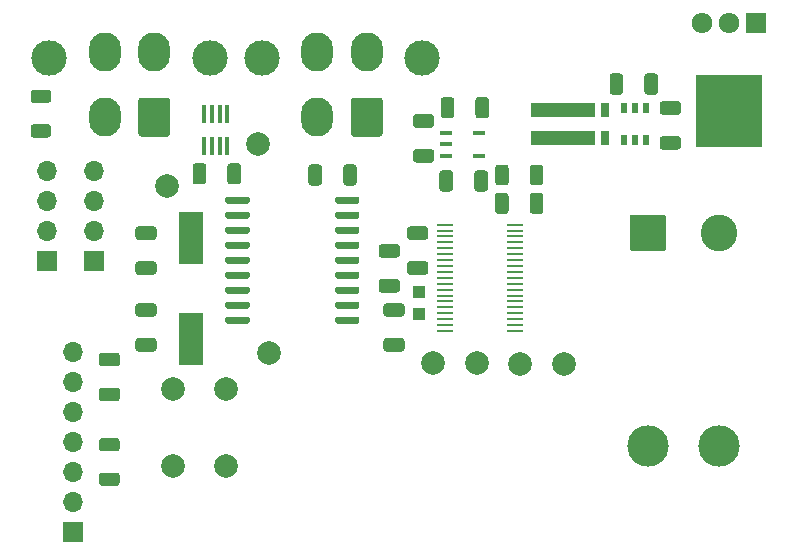
<source format=gbr>
%TF.GenerationSoftware,KiCad,Pcbnew,(5.1.9)-1*%
%TF.CreationDate,2021-05-20T13:27:56+02:00*%
%TF.ProjectId,PEE50-CurrentProtectionTemplate,50454535-302d-4437-9572-72656e745072,rev?*%
%TF.SameCoordinates,Original*%
%TF.FileFunction,Soldermask,Top*%
%TF.FilePolarity,Negative*%
%FSLAX46Y46*%
G04 Gerber Fmt 4.6, Leading zero omitted, Abs format (unit mm)*
G04 Created by KiCad (PCBNEW (5.1.9)-1) date 2021-05-20 13:27:56*
%MOMM*%
%LPD*%
G01*
G04 APERTURE LIST*
%ADD10C,3.100000*%
%ADD11C,3.500000*%
%ADD12O,1.717500X1.800000*%
%ADD13R,1.717500X1.800000*%
%ADD14R,5.700000X6.200000*%
%ADD15R,1.404099X0.279400*%
%ADD16R,2.000000X4.500000*%
%ADD17O,2.700000X3.300000*%
%ADD18C,3.000000*%
%ADD19O,1.700000X1.700000*%
%ADD20R,1.700000X1.700000*%
%ADD21R,5.410200X1.193800*%
%ADD22R,0.711200X1.193800*%
%ADD23R,1.100000X1.050000*%
%ADD24R,0.400000X1.560000*%
%ADD25R,0.558000X0.972299*%
%ADD26R,0.977900X0.457200*%
%ADD27C,2.000000*%
G04 APERTURE END LIST*
%TO.C,R5*%
G36*
G01*
X66250000Y-36400001D02*
X66250000Y-33799999D01*
G75*
G02*
X66499999Y-33550000I249999J0D01*
G01*
X69100001Y-33550000D01*
G75*
G02*
X69350000Y-33799999I0J-249999D01*
G01*
X69350000Y-36400001D01*
G75*
G02*
X69100001Y-36650000I-249999J0D01*
G01*
X66499999Y-36650000D01*
G75*
G02*
X66250000Y-36400001I0J249999D01*
G01*
G37*
D10*
X73800000Y-35100000D03*
D11*
X67800000Y-53100000D03*
X73800000Y-53100000D03*
%TD*%
D12*
%TO.C,Q1*%
X72410000Y-17350000D03*
X74700000Y-17350000D03*
D13*
X76990000Y-17350000D03*
D14*
X74700000Y-24783333D03*
%TD*%
D15*
%TO.C,U2*%
X56549948Y-34399999D03*
X56549948Y-34900000D03*
X56549948Y-35399999D03*
X56549948Y-35900001D03*
X56549948Y-36400000D03*
X56549948Y-36899999D03*
X56549948Y-37400000D03*
X56549948Y-37899999D03*
X56549948Y-38399998D03*
X56549948Y-38900000D03*
X56549948Y-39399999D03*
X56549948Y-39900001D03*
X56549948Y-40400000D03*
X56549948Y-40899999D03*
X56549948Y-41400000D03*
X56549948Y-41899999D03*
X56549948Y-42400001D03*
X56549948Y-42900000D03*
X56549948Y-43399999D03*
X50650052Y-43400001D03*
X50650052Y-42900000D03*
X50650052Y-42400001D03*
X50650052Y-41899999D03*
X50650052Y-41400000D03*
X50650052Y-40900001D03*
X50650052Y-40400000D03*
X50650052Y-39900001D03*
X50650052Y-39399999D03*
X50650052Y-38900000D03*
X50650052Y-38400001D03*
X50650052Y-37899999D03*
X50650052Y-37400000D03*
X50650052Y-36899999D03*
X50650052Y-36400000D03*
X50650052Y-35900001D03*
X50650052Y-35399999D03*
X50650052Y-34900000D03*
X50650052Y-34400001D03*
%TD*%
%TO.C,R4*%
G36*
G01*
X54875000Y-30825001D02*
X54875000Y-29574999D01*
G75*
G02*
X55124999Y-29325000I249999J0D01*
G01*
X55750001Y-29325000D01*
G75*
G02*
X56000000Y-29574999I0J-249999D01*
G01*
X56000000Y-30825001D01*
G75*
G02*
X55750001Y-31075000I-249999J0D01*
G01*
X55124999Y-31075000D01*
G75*
G02*
X54875000Y-30825001I0J249999D01*
G01*
G37*
G36*
G01*
X57800000Y-30825001D02*
X57800000Y-29574999D01*
G75*
G02*
X58049999Y-29325000I249999J0D01*
G01*
X58675001Y-29325000D01*
G75*
G02*
X58925000Y-29574999I0J-249999D01*
G01*
X58925000Y-30825001D01*
G75*
G02*
X58675001Y-31075000I-249999J0D01*
G01*
X58049999Y-31075000D01*
G75*
G02*
X57800000Y-30825001I0J249999D01*
G01*
G37*
%TD*%
%TO.C,C14*%
G36*
G01*
X57800000Y-33250001D02*
X57800000Y-31949999D01*
G75*
G02*
X58049999Y-31700000I249999J0D01*
G01*
X58700001Y-31700000D01*
G75*
G02*
X58950000Y-31949999I0J-249999D01*
G01*
X58950000Y-33250001D01*
G75*
G02*
X58700001Y-33500000I-249999J0D01*
G01*
X58049999Y-33500000D01*
G75*
G02*
X57800000Y-33250001I0J249999D01*
G01*
G37*
G36*
G01*
X54850000Y-33250001D02*
X54850000Y-31949999D01*
G75*
G02*
X55099999Y-31700000I249999J0D01*
G01*
X55750001Y-31700000D01*
G75*
G02*
X56000000Y-31949999I0J-249999D01*
G01*
X56000000Y-33250001D01*
G75*
G02*
X55750001Y-33500000I-249999J0D01*
G01*
X55099999Y-33500000D01*
G75*
G02*
X54850000Y-33250001I0J249999D01*
G01*
G37*
%TD*%
D16*
%TO.C,Y2*%
X29100000Y-35550000D03*
X29100000Y-44050000D03*
%TD*%
%TO.C,J3*%
G36*
G01*
X45350000Y-23900001D02*
X45350000Y-26699999D01*
G75*
G02*
X45099999Y-26950000I-250001J0D01*
G01*
X42900001Y-26950000D01*
G75*
G02*
X42650000Y-26699999I0J250001D01*
G01*
X42650000Y-23900001D01*
G75*
G02*
X42900001Y-23650000I250001J0D01*
G01*
X45099999Y-23650000D01*
G75*
G02*
X45350000Y-23900001I0J-250001D01*
G01*
G37*
D17*
X39800000Y-25300000D03*
X44000000Y-19800000D03*
X39800000Y-19800000D03*
D18*
X48700000Y-20260000D03*
X35100000Y-20260000D03*
%TD*%
D19*
%TO.C,J5*%
X19100000Y-45160000D03*
X19100000Y-47700000D03*
X19100000Y-50240000D03*
X19100000Y-52780000D03*
X19100000Y-55320000D03*
X19100000Y-57860000D03*
D20*
X19100000Y-60400000D03*
%TD*%
D19*
%TO.C,J4*%
X20900000Y-29880000D03*
X20900000Y-32420000D03*
X20900000Y-34960000D03*
D20*
X20900000Y-37500000D03*
%TD*%
D21*
%TO.C,R2*%
X60577700Y-27106500D03*
D22*
X64171800Y-27106500D03*
X64171800Y-24693500D03*
D21*
X60577700Y-24693500D03*
%TD*%
D23*
%TO.C,Y1*%
X48400000Y-41925000D03*
X48400000Y-40075000D03*
%TD*%
D24*
%TO.C,U5*%
X30220000Y-25050000D03*
X30870000Y-25050000D03*
X31530000Y-25050000D03*
X32180000Y-25050000D03*
X32180000Y-27750000D03*
X31530000Y-27750000D03*
X30870000Y-27750000D03*
X30220000Y-27750000D03*
%TD*%
%TO.C,U4*%
G36*
G01*
X41325000Y-32470000D02*
X41325000Y-32170000D01*
G75*
G02*
X41475000Y-32020000I150000J0D01*
G01*
X43225000Y-32020000D01*
G75*
G02*
X43375000Y-32170000I0J-150000D01*
G01*
X43375000Y-32470000D01*
G75*
G02*
X43225000Y-32620000I-150000J0D01*
G01*
X41475000Y-32620000D01*
G75*
G02*
X41325000Y-32470000I0J150000D01*
G01*
G37*
G36*
G01*
X41325000Y-33740000D02*
X41325000Y-33440000D01*
G75*
G02*
X41475000Y-33290000I150000J0D01*
G01*
X43225000Y-33290000D01*
G75*
G02*
X43375000Y-33440000I0J-150000D01*
G01*
X43375000Y-33740000D01*
G75*
G02*
X43225000Y-33890000I-150000J0D01*
G01*
X41475000Y-33890000D01*
G75*
G02*
X41325000Y-33740000I0J150000D01*
G01*
G37*
G36*
G01*
X41325000Y-35010000D02*
X41325000Y-34710000D01*
G75*
G02*
X41475000Y-34560000I150000J0D01*
G01*
X43225000Y-34560000D01*
G75*
G02*
X43375000Y-34710000I0J-150000D01*
G01*
X43375000Y-35010000D01*
G75*
G02*
X43225000Y-35160000I-150000J0D01*
G01*
X41475000Y-35160000D01*
G75*
G02*
X41325000Y-35010000I0J150000D01*
G01*
G37*
G36*
G01*
X41325000Y-36280000D02*
X41325000Y-35980000D01*
G75*
G02*
X41475000Y-35830000I150000J0D01*
G01*
X43225000Y-35830000D01*
G75*
G02*
X43375000Y-35980000I0J-150000D01*
G01*
X43375000Y-36280000D01*
G75*
G02*
X43225000Y-36430000I-150000J0D01*
G01*
X41475000Y-36430000D01*
G75*
G02*
X41325000Y-36280000I0J150000D01*
G01*
G37*
G36*
G01*
X41325000Y-37550000D02*
X41325000Y-37250000D01*
G75*
G02*
X41475000Y-37100000I150000J0D01*
G01*
X43225000Y-37100000D01*
G75*
G02*
X43375000Y-37250000I0J-150000D01*
G01*
X43375000Y-37550000D01*
G75*
G02*
X43225000Y-37700000I-150000J0D01*
G01*
X41475000Y-37700000D01*
G75*
G02*
X41325000Y-37550000I0J150000D01*
G01*
G37*
G36*
G01*
X41325000Y-38820000D02*
X41325000Y-38520000D01*
G75*
G02*
X41475000Y-38370000I150000J0D01*
G01*
X43225000Y-38370000D01*
G75*
G02*
X43375000Y-38520000I0J-150000D01*
G01*
X43375000Y-38820000D01*
G75*
G02*
X43225000Y-38970000I-150000J0D01*
G01*
X41475000Y-38970000D01*
G75*
G02*
X41325000Y-38820000I0J150000D01*
G01*
G37*
G36*
G01*
X41325000Y-40090000D02*
X41325000Y-39790000D01*
G75*
G02*
X41475000Y-39640000I150000J0D01*
G01*
X43225000Y-39640000D01*
G75*
G02*
X43375000Y-39790000I0J-150000D01*
G01*
X43375000Y-40090000D01*
G75*
G02*
X43225000Y-40240000I-150000J0D01*
G01*
X41475000Y-40240000D01*
G75*
G02*
X41325000Y-40090000I0J150000D01*
G01*
G37*
G36*
G01*
X41325000Y-41360000D02*
X41325000Y-41060000D01*
G75*
G02*
X41475000Y-40910000I150000J0D01*
G01*
X43225000Y-40910000D01*
G75*
G02*
X43375000Y-41060000I0J-150000D01*
G01*
X43375000Y-41360000D01*
G75*
G02*
X43225000Y-41510000I-150000J0D01*
G01*
X41475000Y-41510000D01*
G75*
G02*
X41325000Y-41360000I0J150000D01*
G01*
G37*
G36*
G01*
X41325000Y-42630000D02*
X41325000Y-42330000D01*
G75*
G02*
X41475000Y-42180000I150000J0D01*
G01*
X43225000Y-42180000D01*
G75*
G02*
X43375000Y-42330000I0J-150000D01*
G01*
X43375000Y-42630000D01*
G75*
G02*
X43225000Y-42780000I-150000J0D01*
G01*
X41475000Y-42780000D01*
G75*
G02*
X41325000Y-42630000I0J150000D01*
G01*
G37*
G36*
G01*
X32025000Y-42630000D02*
X32025000Y-42330000D01*
G75*
G02*
X32175000Y-42180000I150000J0D01*
G01*
X33925000Y-42180000D01*
G75*
G02*
X34075000Y-42330000I0J-150000D01*
G01*
X34075000Y-42630000D01*
G75*
G02*
X33925000Y-42780000I-150000J0D01*
G01*
X32175000Y-42780000D01*
G75*
G02*
X32025000Y-42630000I0J150000D01*
G01*
G37*
G36*
G01*
X32025000Y-41360000D02*
X32025000Y-41060000D01*
G75*
G02*
X32175000Y-40910000I150000J0D01*
G01*
X33925000Y-40910000D01*
G75*
G02*
X34075000Y-41060000I0J-150000D01*
G01*
X34075000Y-41360000D01*
G75*
G02*
X33925000Y-41510000I-150000J0D01*
G01*
X32175000Y-41510000D01*
G75*
G02*
X32025000Y-41360000I0J150000D01*
G01*
G37*
G36*
G01*
X32025000Y-40090000D02*
X32025000Y-39790000D01*
G75*
G02*
X32175000Y-39640000I150000J0D01*
G01*
X33925000Y-39640000D01*
G75*
G02*
X34075000Y-39790000I0J-150000D01*
G01*
X34075000Y-40090000D01*
G75*
G02*
X33925000Y-40240000I-150000J0D01*
G01*
X32175000Y-40240000D01*
G75*
G02*
X32025000Y-40090000I0J150000D01*
G01*
G37*
G36*
G01*
X32025000Y-38820000D02*
X32025000Y-38520000D01*
G75*
G02*
X32175000Y-38370000I150000J0D01*
G01*
X33925000Y-38370000D01*
G75*
G02*
X34075000Y-38520000I0J-150000D01*
G01*
X34075000Y-38820000D01*
G75*
G02*
X33925000Y-38970000I-150000J0D01*
G01*
X32175000Y-38970000D01*
G75*
G02*
X32025000Y-38820000I0J150000D01*
G01*
G37*
G36*
G01*
X32025000Y-37550000D02*
X32025000Y-37250000D01*
G75*
G02*
X32175000Y-37100000I150000J0D01*
G01*
X33925000Y-37100000D01*
G75*
G02*
X34075000Y-37250000I0J-150000D01*
G01*
X34075000Y-37550000D01*
G75*
G02*
X33925000Y-37700000I-150000J0D01*
G01*
X32175000Y-37700000D01*
G75*
G02*
X32025000Y-37550000I0J150000D01*
G01*
G37*
G36*
G01*
X32025000Y-36280000D02*
X32025000Y-35980000D01*
G75*
G02*
X32175000Y-35830000I150000J0D01*
G01*
X33925000Y-35830000D01*
G75*
G02*
X34075000Y-35980000I0J-150000D01*
G01*
X34075000Y-36280000D01*
G75*
G02*
X33925000Y-36430000I-150000J0D01*
G01*
X32175000Y-36430000D01*
G75*
G02*
X32025000Y-36280000I0J150000D01*
G01*
G37*
G36*
G01*
X32025000Y-35010000D02*
X32025000Y-34710000D01*
G75*
G02*
X32175000Y-34560000I150000J0D01*
G01*
X33925000Y-34560000D01*
G75*
G02*
X34075000Y-34710000I0J-150000D01*
G01*
X34075000Y-35010000D01*
G75*
G02*
X33925000Y-35160000I-150000J0D01*
G01*
X32175000Y-35160000D01*
G75*
G02*
X32025000Y-35010000I0J150000D01*
G01*
G37*
G36*
G01*
X32025000Y-33740000D02*
X32025000Y-33440000D01*
G75*
G02*
X32175000Y-33290000I150000J0D01*
G01*
X33925000Y-33290000D01*
G75*
G02*
X34075000Y-33440000I0J-150000D01*
G01*
X34075000Y-33740000D01*
G75*
G02*
X33925000Y-33890000I-150000J0D01*
G01*
X32175000Y-33890000D01*
G75*
G02*
X32025000Y-33740000I0J150000D01*
G01*
G37*
G36*
G01*
X32025000Y-32470000D02*
X32025000Y-32170000D01*
G75*
G02*
X32175000Y-32020000I150000J0D01*
G01*
X33925000Y-32020000D01*
G75*
G02*
X34075000Y-32170000I0J-150000D01*
G01*
X34075000Y-32470000D01*
G75*
G02*
X33925000Y-32620000I-150000J0D01*
G01*
X32175000Y-32620000D01*
G75*
G02*
X32025000Y-32470000I0J150000D01*
G01*
G37*
%TD*%
D25*
%TO.C,U3*%
X67650001Y-27262451D03*
X66700000Y-27262451D03*
X65749999Y-27262451D03*
X65749999Y-24537549D03*
X66700000Y-24537549D03*
X67650001Y-24537549D03*
%TD*%
D26*
%TO.C,U1*%
X53465250Y-26650040D03*
X53465250Y-28549960D03*
X50734750Y-28549960D03*
X50734750Y-27600000D03*
X50734750Y-26650040D03*
%TD*%
D27*
%TO.C,TP7*%
X27100000Y-31100000D03*
%TD*%
%TO.C,TP6*%
X34800000Y-27600000D03*
%TD*%
%TO.C,TP4*%
X53300000Y-46100000D03*
%TD*%
%TO.C,TP3*%
X49600000Y-46100000D03*
%TD*%
%TO.C,TP2*%
X60700000Y-46200000D03*
%TD*%
%TO.C,TP1*%
X57000000Y-46200000D03*
%TD*%
%TO.C,TP5*%
X35700000Y-45300000D03*
%TD*%
%TO.C,SW1*%
X27600000Y-48300000D03*
X32100000Y-48300000D03*
X27600000Y-54800000D03*
X32100000Y-54800000D03*
%TD*%
%TO.C,R3*%
G36*
G01*
X15774999Y-25900000D02*
X17025001Y-25900000D01*
G75*
G02*
X17275000Y-26149999I0J-249999D01*
G01*
X17275000Y-26775001D01*
G75*
G02*
X17025001Y-27025000I-249999J0D01*
G01*
X15774999Y-27025000D01*
G75*
G02*
X15525000Y-26775001I0J249999D01*
G01*
X15525000Y-26149999D01*
G75*
G02*
X15774999Y-25900000I249999J0D01*
G01*
G37*
G36*
G01*
X15774999Y-22975000D02*
X17025001Y-22975000D01*
G75*
G02*
X17275000Y-23224999I0J-249999D01*
G01*
X17275000Y-23850001D01*
G75*
G02*
X17025001Y-24100000I-249999J0D01*
G01*
X15774999Y-24100000D01*
G75*
G02*
X15525000Y-23850001I0J249999D01*
G01*
X15525000Y-23224999D01*
G75*
G02*
X15774999Y-22975000I249999J0D01*
G01*
G37*
%TD*%
%TO.C,R1*%
G36*
G01*
X21574999Y-55400000D02*
X22825001Y-55400000D01*
G75*
G02*
X23075000Y-55649999I0J-249999D01*
G01*
X23075000Y-56275001D01*
G75*
G02*
X22825001Y-56525000I-249999J0D01*
G01*
X21574999Y-56525000D01*
G75*
G02*
X21325000Y-56275001I0J249999D01*
G01*
X21325000Y-55649999D01*
G75*
G02*
X21574999Y-55400000I249999J0D01*
G01*
G37*
G36*
G01*
X21574999Y-52475000D02*
X22825001Y-52475000D01*
G75*
G02*
X23075000Y-52724999I0J-249999D01*
G01*
X23075000Y-53350001D01*
G75*
G02*
X22825001Y-53600000I-249999J0D01*
G01*
X21574999Y-53600000D01*
G75*
G02*
X21325000Y-53350001I0J249999D01*
G01*
X21325000Y-52724999D01*
G75*
G02*
X21574999Y-52475000I249999J0D01*
G01*
G37*
%TD*%
D19*
%TO.C,J2*%
X16885000Y-29863000D03*
X16885000Y-32403000D03*
X16885000Y-34943000D03*
D20*
X16885000Y-37483000D03*
%TD*%
%TO.C,J1*%
G36*
G01*
X27350000Y-23900001D02*
X27350000Y-26699999D01*
G75*
G02*
X27099999Y-26950000I-250001J0D01*
G01*
X24900001Y-26950000D01*
G75*
G02*
X24650000Y-26699999I0J250001D01*
G01*
X24650000Y-23900001D01*
G75*
G02*
X24900001Y-23650000I250001J0D01*
G01*
X27099999Y-23650000D01*
G75*
G02*
X27350000Y-23900001I0J-250001D01*
G01*
G37*
D17*
X21800000Y-25300000D03*
X26000000Y-19800000D03*
X21800000Y-19800000D03*
D18*
X30700000Y-20260000D03*
X17100000Y-20260000D03*
%TD*%
%TO.C,C13*%
G36*
G01*
X30400000Y-29449999D02*
X30400000Y-30750001D01*
G75*
G02*
X30150001Y-31000000I-249999J0D01*
G01*
X29499999Y-31000000D01*
G75*
G02*
X29250000Y-30750001I0J249999D01*
G01*
X29250000Y-29449999D01*
G75*
G02*
X29499999Y-29200000I249999J0D01*
G01*
X30150001Y-29200000D01*
G75*
G02*
X30400000Y-29449999I0J-249999D01*
G01*
G37*
G36*
G01*
X33350000Y-29449999D02*
X33350000Y-30750001D01*
G75*
G02*
X33100001Y-31000000I-249999J0D01*
G01*
X32449999Y-31000000D01*
G75*
G02*
X32200000Y-30750001I0J249999D01*
G01*
X32200000Y-29449999D01*
G75*
G02*
X32449999Y-29200000I249999J0D01*
G01*
X33100001Y-29200000D01*
G75*
G02*
X33350000Y-29449999I0J-249999D01*
G01*
G37*
%TD*%
%TO.C,C12*%
G36*
G01*
X21549999Y-48200000D02*
X22850001Y-48200000D01*
G75*
G02*
X23100000Y-48449999I0J-249999D01*
G01*
X23100000Y-49100001D01*
G75*
G02*
X22850001Y-49350000I-249999J0D01*
G01*
X21549999Y-49350000D01*
G75*
G02*
X21300000Y-49100001I0J249999D01*
G01*
X21300000Y-48449999D01*
G75*
G02*
X21549999Y-48200000I249999J0D01*
G01*
G37*
G36*
G01*
X21549999Y-45250000D02*
X22850001Y-45250000D01*
G75*
G02*
X23100000Y-45499999I0J-249999D01*
G01*
X23100000Y-46150001D01*
G75*
G02*
X22850001Y-46400000I-249999J0D01*
G01*
X21549999Y-46400000D01*
G75*
G02*
X21300000Y-46150001I0J249999D01*
G01*
X21300000Y-45499999D01*
G75*
G02*
X21549999Y-45250000I249999J0D01*
G01*
G37*
%TD*%
%TO.C,C11*%
G36*
G01*
X42000000Y-30850001D02*
X42000000Y-29549999D01*
G75*
G02*
X42249999Y-29300000I249999J0D01*
G01*
X42900001Y-29300000D01*
G75*
G02*
X43150000Y-29549999I0J-249999D01*
G01*
X43150000Y-30850001D01*
G75*
G02*
X42900001Y-31100000I-249999J0D01*
G01*
X42249999Y-31100000D01*
G75*
G02*
X42000000Y-30850001I0J249999D01*
G01*
G37*
G36*
G01*
X39050000Y-30850001D02*
X39050000Y-29549999D01*
G75*
G02*
X39299999Y-29300000I249999J0D01*
G01*
X39950001Y-29300000D01*
G75*
G02*
X40200000Y-29549999I0J-249999D01*
G01*
X40200000Y-30850001D01*
G75*
G02*
X39950001Y-31100000I-249999J0D01*
G01*
X39299999Y-31100000D01*
G75*
G02*
X39050000Y-30850001I0J249999D01*
G01*
G37*
%TD*%
%TO.C,C9*%
G36*
G01*
X25950001Y-35700000D02*
X24649999Y-35700000D01*
G75*
G02*
X24400000Y-35450001I0J249999D01*
G01*
X24400000Y-34799999D01*
G75*
G02*
X24649999Y-34550000I249999J0D01*
G01*
X25950001Y-34550000D01*
G75*
G02*
X26200000Y-34799999I0J-249999D01*
G01*
X26200000Y-35450001D01*
G75*
G02*
X25950001Y-35700000I-249999J0D01*
G01*
G37*
G36*
G01*
X25950001Y-38650000D02*
X24649999Y-38650000D01*
G75*
G02*
X24400000Y-38400001I0J249999D01*
G01*
X24400000Y-37749999D01*
G75*
G02*
X24649999Y-37500000I249999J0D01*
G01*
X25950001Y-37500000D01*
G75*
G02*
X26200000Y-37749999I0J-249999D01*
G01*
X26200000Y-38400001D01*
G75*
G02*
X25950001Y-38650000I-249999J0D01*
G01*
G37*
%TD*%
%TO.C,C10*%
G36*
G01*
X70350001Y-25100000D02*
X69049999Y-25100000D01*
G75*
G02*
X68800000Y-24850001I0J249999D01*
G01*
X68800000Y-24199999D01*
G75*
G02*
X69049999Y-23950000I249999J0D01*
G01*
X70350001Y-23950000D01*
G75*
G02*
X70600000Y-24199999I0J-249999D01*
G01*
X70600000Y-24850001D01*
G75*
G02*
X70350001Y-25100000I-249999J0D01*
G01*
G37*
G36*
G01*
X70350001Y-28050000D02*
X69049999Y-28050000D01*
G75*
G02*
X68800000Y-27800001I0J249999D01*
G01*
X68800000Y-27149999D01*
G75*
G02*
X69049999Y-26900000I249999J0D01*
G01*
X70350001Y-26900000D01*
G75*
G02*
X70600000Y-27149999I0J-249999D01*
G01*
X70600000Y-27800001D01*
G75*
G02*
X70350001Y-28050000I-249999J0D01*
G01*
G37*
%TD*%
%TO.C,C7*%
G36*
G01*
X25950001Y-42200000D02*
X24649999Y-42200000D01*
G75*
G02*
X24400000Y-41950001I0J249999D01*
G01*
X24400000Y-41299999D01*
G75*
G02*
X24649999Y-41050000I249999J0D01*
G01*
X25950001Y-41050000D01*
G75*
G02*
X26200000Y-41299999I0J-249999D01*
G01*
X26200000Y-41950001D01*
G75*
G02*
X25950001Y-42200000I-249999J0D01*
G01*
G37*
G36*
G01*
X25950001Y-45150000D02*
X24649999Y-45150000D01*
G75*
G02*
X24400000Y-44900001I0J249999D01*
G01*
X24400000Y-44249999D01*
G75*
G02*
X24649999Y-44000000I249999J0D01*
G01*
X25950001Y-44000000D01*
G75*
G02*
X26200000Y-44249999I0J-249999D01*
G01*
X26200000Y-44900001D01*
G75*
G02*
X25950001Y-45150000I-249999J0D01*
G01*
G37*
%TD*%
%TO.C,C8*%
G36*
G01*
X65700000Y-21849999D02*
X65700000Y-23150001D01*
G75*
G02*
X65450001Y-23400000I-249999J0D01*
G01*
X64799999Y-23400000D01*
G75*
G02*
X64550000Y-23150001I0J249999D01*
G01*
X64550000Y-21849999D01*
G75*
G02*
X64799999Y-21600000I249999J0D01*
G01*
X65450001Y-21600000D01*
G75*
G02*
X65700000Y-21849999I0J-249999D01*
G01*
G37*
G36*
G01*
X68650000Y-21849999D02*
X68650000Y-23150001D01*
G75*
G02*
X68400001Y-23400000I-249999J0D01*
G01*
X67749999Y-23400000D01*
G75*
G02*
X67500000Y-23150001I0J249999D01*
G01*
X67500000Y-21849999D01*
G75*
G02*
X67749999Y-21600000I249999J0D01*
G01*
X68400001Y-21600000D01*
G75*
G02*
X68650000Y-21849999I0J-249999D01*
G01*
G37*
%TD*%
%TO.C,C6*%
G36*
G01*
X46550001Y-37200000D02*
X45249999Y-37200000D01*
G75*
G02*
X45000000Y-36950001I0J249999D01*
G01*
X45000000Y-36299999D01*
G75*
G02*
X45249999Y-36050000I249999J0D01*
G01*
X46550001Y-36050000D01*
G75*
G02*
X46800000Y-36299999I0J-249999D01*
G01*
X46800000Y-36950001D01*
G75*
G02*
X46550001Y-37200000I-249999J0D01*
G01*
G37*
G36*
G01*
X46550001Y-40150000D02*
X45249999Y-40150000D01*
G75*
G02*
X45000000Y-39900001I0J249999D01*
G01*
X45000000Y-39249999D01*
G75*
G02*
X45249999Y-39000000I249999J0D01*
G01*
X46550001Y-39000000D01*
G75*
G02*
X46800000Y-39249999I0J-249999D01*
G01*
X46800000Y-39900001D01*
G75*
G02*
X46550001Y-40150000I-249999J0D01*
G01*
G37*
%TD*%
%TO.C,C5*%
G36*
G01*
X45649999Y-44000000D02*
X46950001Y-44000000D01*
G75*
G02*
X47200000Y-44249999I0J-249999D01*
G01*
X47200000Y-44900001D01*
G75*
G02*
X46950001Y-45150000I-249999J0D01*
G01*
X45649999Y-45150000D01*
G75*
G02*
X45400000Y-44900001I0J249999D01*
G01*
X45400000Y-44249999D01*
G75*
G02*
X45649999Y-44000000I249999J0D01*
G01*
G37*
G36*
G01*
X45649999Y-41050000D02*
X46950001Y-41050000D01*
G75*
G02*
X47200000Y-41299999I0J-249999D01*
G01*
X47200000Y-41950001D01*
G75*
G02*
X46950001Y-42200000I-249999J0D01*
G01*
X45649999Y-42200000D01*
G75*
G02*
X45400000Y-41950001I0J249999D01*
G01*
X45400000Y-41299999D01*
G75*
G02*
X45649999Y-41050000I249999J0D01*
G01*
G37*
%TD*%
%TO.C,C4*%
G36*
G01*
X53200000Y-25150001D02*
X53200000Y-23849999D01*
G75*
G02*
X53449999Y-23600000I249999J0D01*
G01*
X54100001Y-23600000D01*
G75*
G02*
X54350000Y-23849999I0J-249999D01*
G01*
X54350000Y-25150001D01*
G75*
G02*
X54100001Y-25400000I-249999J0D01*
G01*
X53449999Y-25400000D01*
G75*
G02*
X53200000Y-25150001I0J249999D01*
G01*
G37*
G36*
G01*
X50250000Y-25150001D02*
X50250000Y-23849999D01*
G75*
G02*
X50499999Y-23600000I249999J0D01*
G01*
X51150001Y-23600000D01*
G75*
G02*
X51400000Y-23849999I0J-249999D01*
G01*
X51400000Y-25150001D01*
G75*
G02*
X51150001Y-25400000I-249999J0D01*
G01*
X50499999Y-25400000D01*
G75*
G02*
X50250000Y-25150001I0J249999D01*
G01*
G37*
%TD*%
%TO.C,C3*%
G36*
G01*
X51300000Y-30049999D02*
X51300000Y-31350001D01*
G75*
G02*
X51050001Y-31600000I-249999J0D01*
G01*
X50399999Y-31600000D01*
G75*
G02*
X50150000Y-31350001I0J249999D01*
G01*
X50150000Y-30049999D01*
G75*
G02*
X50399999Y-29800000I249999J0D01*
G01*
X51050001Y-29800000D01*
G75*
G02*
X51300000Y-30049999I0J-249999D01*
G01*
G37*
G36*
G01*
X54250000Y-30049999D02*
X54250000Y-31350001D01*
G75*
G02*
X54000001Y-31600000I-249999J0D01*
G01*
X53349999Y-31600000D01*
G75*
G02*
X53100000Y-31350001I0J249999D01*
G01*
X53100000Y-30049999D01*
G75*
G02*
X53349999Y-29800000I249999J0D01*
G01*
X54000001Y-29800000D01*
G75*
G02*
X54250000Y-30049999I0J-249999D01*
G01*
G37*
%TD*%
%TO.C,C1*%
G36*
G01*
X48950001Y-35700000D02*
X47649999Y-35700000D01*
G75*
G02*
X47400000Y-35450001I0J249999D01*
G01*
X47400000Y-34799999D01*
G75*
G02*
X47649999Y-34550000I249999J0D01*
G01*
X48950001Y-34550000D01*
G75*
G02*
X49200000Y-34799999I0J-249999D01*
G01*
X49200000Y-35450001D01*
G75*
G02*
X48950001Y-35700000I-249999J0D01*
G01*
G37*
G36*
G01*
X48950001Y-38650000D02*
X47649999Y-38650000D01*
G75*
G02*
X47400000Y-38400001I0J249999D01*
G01*
X47400000Y-37749999D01*
G75*
G02*
X47649999Y-37500000I249999J0D01*
G01*
X48950001Y-37500000D01*
G75*
G02*
X49200000Y-37749999I0J-249999D01*
G01*
X49200000Y-38400001D01*
G75*
G02*
X48950001Y-38650000I-249999J0D01*
G01*
G37*
%TD*%
%TO.C,C2*%
G36*
G01*
X49450001Y-26200000D02*
X48149999Y-26200000D01*
G75*
G02*
X47900000Y-25950001I0J249999D01*
G01*
X47900000Y-25299999D01*
G75*
G02*
X48149999Y-25050000I249999J0D01*
G01*
X49450001Y-25050000D01*
G75*
G02*
X49700000Y-25299999I0J-249999D01*
G01*
X49700000Y-25950001D01*
G75*
G02*
X49450001Y-26200000I-249999J0D01*
G01*
G37*
G36*
G01*
X49450001Y-29150000D02*
X48149999Y-29150000D01*
G75*
G02*
X47900000Y-28900001I0J249999D01*
G01*
X47900000Y-28249999D01*
G75*
G02*
X48149999Y-28000000I249999J0D01*
G01*
X49450001Y-28000000D01*
G75*
G02*
X49700000Y-28249999I0J-249999D01*
G01*
X49700000Y-28900001D01*
G75*
G02*
X49450001Y-29150000I-249999J0D01*
G01*
G37*
%TD*%
M02*

</source>
